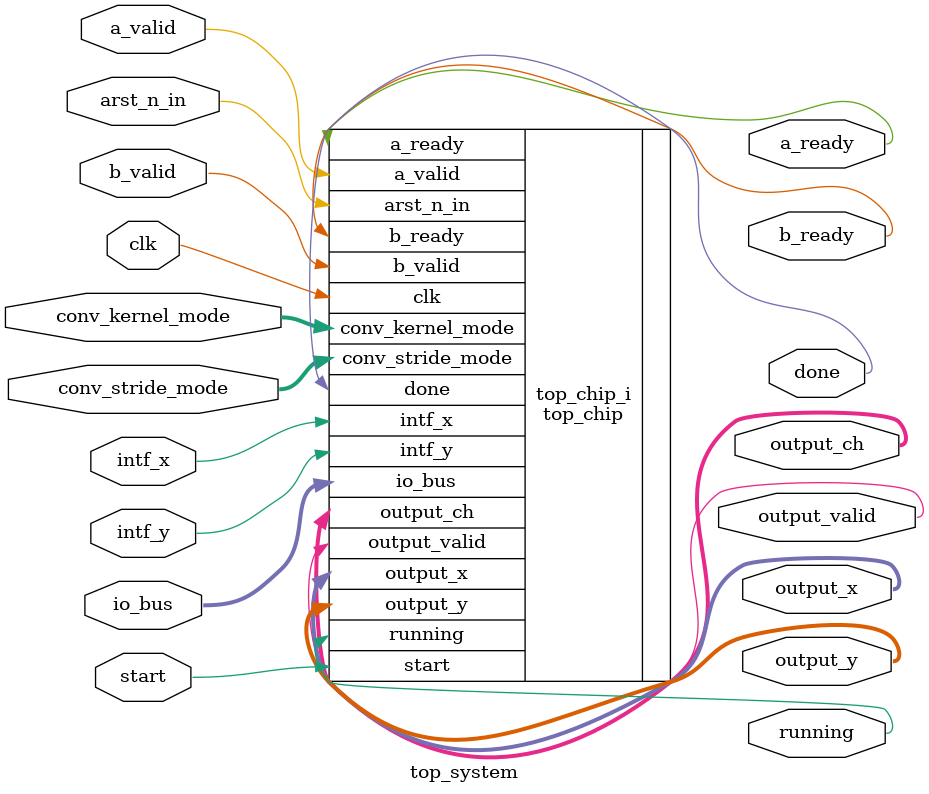
<source format=sv>
module top_system #(
    parameter int IO_DATA_WIDTH = 16, 
    parameter int ACCUMULATION_WIDTH = 32,
    parameter int EXT_MEM_HEIGHT = 1 << 20,
    parameter int EXT_MEM_WIDTH = ACCUMULATION_WIDTH,
    parameter int FEATURE_MAP_WIDTH = 128,
    parameter int FEATURE_MAP_HEIGHT = 128,
    parameter int INPUT_NB_CHANNELS = 2,
    parameter int OUTPUT_NB_CHANNELS = 16
) (
    input logic clk,
    input logic arst_n_in, //asynchronous reset, active low

    // System Run-time Configuration
    input logic [1:0] conv_kernel_mode,
    // Currently support 3 sizes:
    // 0: 1x1
    // 1: 3x3
    // 2: 5x5
    input logic [1:0] conv_stride_mode,
    // Currently support 3 modes:
    // 0: step = 1
    // 1: step = 2
    // 2: step = 4

    // Data bus
    inout wire [47:0] io_bus,
    
    input logic a_valid,
    output logic a_ready,
    input logic b_valid,
    output logic b_ready,

    //debug
    input logic intf_x,
    input logic intf_y,

    // output control    
    output logic output_valid,
    
    output logic [$clog2(FEATURE_MAP_WIDTH)-1:0] output_x,
    output logic [$clog2(FEATURE_MAP_HEIGHT)-1:0] output_y,
    output logic [$clog2(OUTPUT_NB_CHANNELS)-1:0] output_ch,

    input  logic start,
    output logic done,
    output logic running
);

  top_chip #(
      .IO_DATA_WIDTH(IO_DATA_WIDTH),
      .ACCUMULATION_WIDTH(ACCUMULATION_WIDTH),
      .FEATURE_MAP_WIDTH(FEATURE_MAP_WIDTH),
      .FEATURE_MAP_HEIGHT(FEATURE_MAP_HEIGHT),
      .INPUT_NB_CHANNELS(INPUT_NB_CHANNELS),
      .OUTPUT_NB_CHANNELS(OUTPUT_NB_CHANNELS)
  ) top_chip_i (
      .clk(clk),
      .arst_n_in(arst_n_in),

      .conv_kernel_mode(conv_kernel_mode),
      .conv_stride_mode(conv_stride_mode),

      //debug  
      .intf_x(intf_x),  
      .intf_y(intf_y),

      .io_bus(io_bus),  
      .a_valid(a_valid),
      .a_ready(a_ready),

      .b_valid(b_valid),
      .b_ready(b_ready),

      .output_valid(output_valid),

      .output_x(output_x),
      .output_y(output_y),
      .output_ch(output_ch),

      .done(done),
      .start  (start),
      .running(running)
  );


endmodule

</source>
